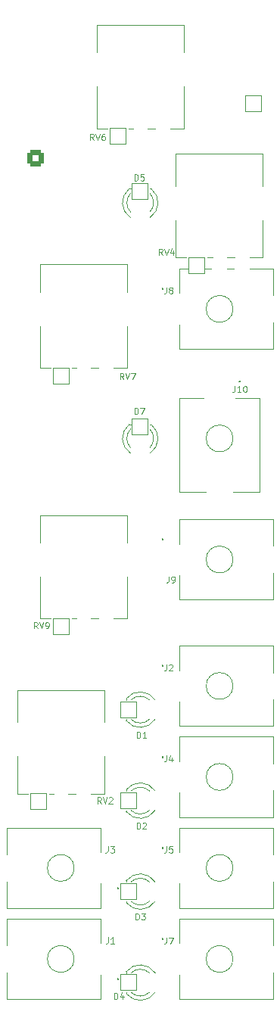
<source format=gbr>
%TF.GenerationSoftware,KiCad,Pcbnew,(6.0.9)*%
%TF.CreationDate,2022-12-28T20:00:02-08:00*%
%TF.ProjectId,kilter,6b696c74-6572-42e6-9b69-6361645f7063,rev?*%
%TF.SameCoordinates,Original*%
%TF.FileFunction,Legend,Top*%
%TF.FilePolarity,Positive*%
%FSLAX46Y46*%
G04 Gerber Fmt 4.6, Leading zero omitted, Abs format (unit mm)*
G04 Created by KiCad (PCBNEW (6.0.9)) date 2022-12-28 20:00:02*
%MOMM*%
%LPD*%
G01*
G04 APERTURE LIST*
G04 Aperture macros list*
%AMRoundRect*
0 Rectangle with rounded corners*
0 $1 Rounding radius*
0 $2 $3 $4 $5 $6 $7 $8 $9 X,Y pos of 4 corners*
0 Add a 4 corners polygon primitive as box body*
4,1,4,$2,$3,$4,$5,$6,$7,$8,$9,$2,$3,0*
0 Add four circle primitives for the rounded corners*
1,1,$1+$1,$2,$3*
1,1,$1+$1,$4,$5*
1,1,$1+$1,$6,$7*
1,1,$1+$1,$8,$9*
0 Add four rect primitives between the rounded corners*
20,1,$1+$1,$2,$3,$4,$5,0*
20,1,$1+$1,$4,$5,$6,$7,0*
20,1,$1+$1,$6,$7,$8,$9,0*
20,1,$1+$1,$8,$9,$2,$3,0*%
G04 Aperture macros list end*
%ADD10C,0.100000*%
%ADD11C,0.120000*%
%ADD12C,0.200000*%
%ADD13RoundRect,0.051000X-0.900000X-0.900000X0.900000X-0.900000X0.900000X0.900000X-0.900000X0.900000X0*%
%ADD14C,1.902000*%
%ADD15C,2.302000*%
%ADD16RoundRect,0.051000X-0.900000X0.900000X-0.900000X-0.900000X0.900000X-0.900000X0.900000X0.900000X0*%
%ADD17O,2.822000X3.342000*%
%ADD18RoundRect,0.051000X0.900000X0.900000X-0.900000X0.900000X-0.900000X-0.900000X0.900000X-0.900000X0*%
%ADD19RoundRect,0.301000X-0.600000X-0.600000X0.600000X-0.600000X0.600000X0.600000X-0.600000X0.600000X0*%
%ADD20C,1.802000*%
G04 APERTURE END LIST*
D10*
%TO.C,D1*%
X14850333Y-90359666D02*
X14850333Y-89659666D01*
X15017000Y-89659666D01*
X15117000Y-89693000D01*
X15183666Y-89759666D01*
X15217000Y-89826333D01*
X15250333Y-89959666D01*
X15250333Y-90059666D01*
X15217000Y-90193000D01*
X15183666Y-90259666D01*
X15117000Y-90326333D01*
X15017000Y-90359666D01*
X14850333Y-90359666D01*
X15917000Y-90359666D02*
X15517000Y-90359666D01*
X15717000Y-90359666D02*
X15717000Y-89659666D01*
X15650333Y-89759666D01*
X15583666Y-89826333D01*
X15517000Y-89859666D01*
%TO.C,J2*%
X18168666Y-82124666D02*
X18168666Y-82624666D01*
X18135333Y-82724666D01*
X18068666Y-82791333D01*
X17968666Y-82824666D01*
X17902000Y-82824666D01*
X18468666Y-82191333D02*
X18502000Y-82158000D01*
X18568666Y-82124666D01*
X18735333Y-82124666D01*
X18802000Y-82158000D01*
X18835333Y-82191333D01*
X18868666Y-82258000D01*
X18868666Y-82324666D01*
X18835333Y-82424666D01*
X18435333Y-82824666D01*
X18868666Y-82824666D01*
%TO.C,J1*%
X11653866Y-112646666D02*
X11653866Y-113146666D01*
X11620533Y-113246666D01*
X11553866Y-113313333D01*
X11453866Y-113346666D01*
X11387200Y-113346666D01*
X12353866Y-113346666D02*
X11953866Y-113346666D01*
X12153866Y-113346666D02*
X12153866Y-112646666D01*
X12087200Y-112746666D01*
X12020533Y-112813333D01*
X11953866Y-112846666D01*
%TO.C,D2*%
X14850333Y-100519666D02*
X14850333Y-99819666D01*
X15017000Y-99819666D01*
X15117000Y-99853000D01*
X15183666Y-99919666D01*
X15217000Y-99986333D01*
X15250333Y-100119666D01*
X15250333Y-100219666D01*
X15217000Y-100353000D01*
X15183666Y-100419666D01*
X15117000Y-100486333D01*
X15017000Y-100519666D01*
X14850333Y-100519666D01*
X15517000Y-99886333D02*
X15550333Y-99853000D01*
X15617000Y-99819666D01*
X15783666Y-99819666D01*
X15850333Y-99853000D01*
X15883666Y-99886333D01*
X15917000Y-99953000D01*
X15917000Y-100019666D01*
X15883666Y-100119666D01*
X15483666Y-100519666D01*
X15917000Y-100519666D01*
%TO.C,D3*%
X14723333Y-110679666D02*
X14723333Y-109979666D01*
X14890000Y-109979666D01*
X14990000Y-110013000D01*
X15056666Y-110079666D01*
X15090000Y-110146333D01*
X15123333Y-110279666D01*
X15123333Y-110379666D01*
X15090000Y-110513000D01*
X15056666Y-110579666D01*
X14990000Y-110646333D01*
X14890000Y-110679666D01*
X14723333Y-110679666D01*
X15356666Y-109979666D02*
X15790000Y-109979666D01*
X15556666Y-110246333D01*
X15656666Y-110246333D01*
X15723333Y-110279666D01*
X15756666Y-110313000D01*
X15790000Y-110379666D01*
X15790000Y-110546333D01*
X15756666Y-110613000D01*
X15723333Y-110646333D01*
X15656666Y-110679666D01*
X15456666Y-110679666D01*
X15390000Y-110646333D01*
X15356666Y-110613000D01*
%TO.C,D4*%
X12310333Y-119569666D02*
X12310333Y-118869666D01*
X12477000Y-118869666D01*
X12577000Y-118903000D01*
X12643666Y-118969666D01*
X12677000Y-119036333D01*
X12710333Y-119169666D01*
X12710333Y-119269666D01*
X12677000Y-119403000D01*
X12643666Y-119469666D01*
X12577000Y-119536333D01*
X12477000Y-119569666D01*
X12310333Y-119569666D01*
X13310333Y-119103000D02*
X13310333Y-119569666D01*
X13143666Y-118836333D02*
X12977000Y-119336333D01*
X13410333Y-119336333D01*
%TO.C,D5*%
X14596333Y-28002666D02*
X14596333Y-27302666D01*
X14763000Y-27302666D01*
X14863000Y-27336000D01*
X14929666Y-27402666D01*
X14963000Y-27469333D01*
X14996333Y-27602666D01*
X14996333Y-27702666D01*
X14963000Y-27836000D01*
X14929666Y-27902666D01*
X14863000Y-27969333D01*
X14763000Y-28002666D01*
X14596333Y-28002666D01*
X15629666Y-27302666D02*
X15296333Y-27302666D01*
X15263000Y-27636000D01*
X15296333Y-27602666D01*
X15363000Y-27569333D01*
X15529666Y-27569333D01*
X15596333Y-27602666D01*
X15629666Y-27636000D01*
X15663000Y-27702666D01*
X15663000Y-27869333D01*
X15629666Y-27936000D01*
X15596333Y-27969333D01*
X15529666Y-28002666D01*
X15363000Y-28002666D01*
X15296333Y-27969333D01*
X15263000Y-27936000D01*
%TO.C,J3*%
X11628466Y-102486666D02*
X11628466Y-102986666D01*
X11595133Y-103086666D01*
X11528466Y-103153333D01*
X11428466Y-103186666D01*
X11361800Y-103186666D01*
X11895133Y-102486666D02*
X12328466Y-102486666D01*
X12095133Y-102753333D01*
X12195133Y-102753333D01*
X12261800Y-102786666D01*
X12295133Y-102820000D01*
X12328466Y-102886666D01*
X12328466Y-103053333D01*
X12295133Y-103120000D01*
X12261800Y-103153333D01*
X12195133Y-103186666D01*
X11995133Y-103186666D01*
X11928466Y-103153333D01*
X11895133Y-103120000D01*
%TO.C,J4*%
X18168666Y-92304666D02*
X18168666Y-92804666D01*
X18135333Y-92904666D01*
X18068666Y-92971333D01*
X17968666Y-93004666D01*
X17902000Y-93004666D01*
X18802000Y-92538000D02*
X18802000Y-93004666D01*
X18635333Y-92271333D02*
X18468666Y-92771333D01*
X18902000Y-92771333D01*
%TO.C,J5*%
X18168666Y-102484666D02*
X18168666Y-102984666D01*
X18135333Y-103084666D01*
X18068666Y-103151333D01*
X17968666Y-103184666D01*
X17902000Y-103184666D01*
X18835333Y-102484666D02*
X18502000Y-102484666D01*
X18468666Y-102818000D01*
X18502000Y-102784666D01*
X18568666Y-102751333D01*
X18735333Y-102751333D01*
X18802000Y-102784666D01*
X18835333Y-102818000D01*
X18868666Y-102884666D01*
X18868666Y-103051333D01*
X18835333Y-103118000D01*
X18802000Y-103151333D01*
X18735333Y-103184666D01*
X18568666Y-103184666D01*
X18502000Y-103151333D01*
X18468666Y-103118000D01*
%TO.C,J7*%
X18168666Y-112664666D02*
X18168666Y-113164666D01*
X18135333Y-113264666D01*
X18068666Y-113331333D01*
X17968666Y-113364666D01*
X17902000Y-113364666D01*
X18435333Y-112664666D02*
X18902000Y-112664666D01*
X18602000Y-113364666D01*
%TO.C,J8*%
X18168666Y-39944666D02*
X18168666Y-40444666D01*
X18135333Y-40544666D01*
X18068666Y-40611333D01*
X17968666Y-40644666D01*
X17902000Y-40644666D01*
X18602000Y-40244666D02*
X18535333Y-40211333D01*
X18502000Y-40178000D01*
X18468666Y-40111333D01*
X18468666Y-40078000D01*
X18502000Y-40011333D01*
X18535333Y-39978000D01*
X18602000Y-39944666D01*
X18735333Y-39944666D01*
X18802000Y-39978000D01*
X18835333Y-40011333D01*
X18868666Y-40078000D01*
X18868666Y-40111333D01*
X18835333Y-40178000D01*
X18802000Y-40211333D01*
X18735333Y-40244666D01*
X18602000Y-40244666D01*
X18535333Y-40278000D01*
X18502000Y-40311333D01*
X18468666Y-40378000D01*
X18468666Y-40511333D01*
X18502000Y-40578000D01*
X18535333Y-40611333D01*
X18602000Y-40644666D01*
X18735333Y-40644666D01*
X18802000Y-40611333D01*
X18835333Y-40578000D01*
X18868666Y-40511333D01*
X18868666Y-40378000D01*
X18835333Y-40311333D01*
X18802000Y-40278000D01*
X18735333Y-40244666D01*
%TO.C,J9*%
X18410266Y-72286066D02*
X18410266Y-72786066D01*
X18376933Y-72886066D01*
X18310266Y-72952733D01*
X18210266Y-72986066D01*
X18143600Y-72986066D01*
X18776933Y-72986066D02*
X18910266Y-72986066D01*
X18976933Y-72952733D01*
X19010266Y-72919400D01*
X19076933Y-72819400D01*
X19110266Y-72686066D01*
X19110266Y-72419400D01*
X19076933Y-72352733D01*
X19043600Y-72319400D01*
X18976933Y-72286066D01*
X18843600Y-72286066D01*
X18776933Y-72319400D01*
X18743600Y-72352733D01*
X18710266Y-72419400D01*
X18710266Y-72586066D01*
X18743600Y-72652733D01*
X18776933Y-72686066D01*
X18843600Y-72719400D01*
X18976933Y-72719400D01*
X19043600Y-72686066D01*
X19076933Y-72652733D01*
X19110266Y-72586066D01*
%TO.C,J10*%
X25798533Y-50975466D02*
X25798533Y-51475466D01*
X25765200Y-51575466D01*
X25698533Y-51642133D01*
X25598533Y-51675466D01*
X25531866Y-51675466D01*
X26498533Y-51675466D02*
X26098533Y-51675466D01*
X26298533Y-51675466D02*
X26298533Y-50975466D01*
X26231866Y-51075466D01*
X26165200Y-51142133D01*
X26098533Y-51175466D01*
X26931866Y-50975466D02*
X26998533Y-50975466D01*
X27065200Y-51008800D01*
X27098533Y-51042133D01*
X27131866Y-51108800D01*
X27165200Y-51242133D01*
X27165200Y-51408800D01*
X27131866Y-51542133D01*
X27098533Y-51608800D01*
X27065200Y-51642133D01*
X26998533Y-51675466D01*
X26931866Y-51675466D01*
X26865200Y-51642133D01*
X26831866Y-51608800D01*
X26798533Y-51542133D01*
X26765200Y-51408800D01*
X26765200Y-51242133D01*
X26798533Y-51108800D01*
X26831866Y-51042133D01*
X26865200Y-51008800D01*
X26931866Y-50975466D01*
%TO.C,RV2*%
X10860933Y-97700266D02*
X10627600Y-97366933D01*
X10460933Y-97700266D02*
X10460933Y-97000266D01*
X10727600Y-97000266D01*
X10794266Y-97033600D01*
X10827600Y-97066933D01*
X10860933Y-97133600D01*
X10860933Y-97233600D01*
X10827600Y-97300266D01*
X10794266Y-97333600D01*
X10727600Y-97366933D01*
X10460933Y-97366933D01*
X11060933Y-97000266D02*
X11294266Y-97700266D01*
X11527600Y-97000266D01*
X11727600Y-97066933D02*
X11760933Y-97033600D01*
X11827600Y-97000266D01*
X11994266Y-97000266D01*
X12060933Y-97033600D01*
X12094266Y-97066933D01*
X12127600Y-97133600D01*
X12127600Y-97200266D01*
X12094266Y-97300266D01*
X11694266Y-97700266D01*
X12127600Y-97700266D01*
%TO.C,RV9*%
X3748933Y-78116866D02*
X3515600Y-77783533D01*
X3348933Y-78116866D02*
X3348933Y-77416866D01*
X3615600Y-77416866D01*
X3682266Y-77450200D01*
X3715600Y-77483533D01*
X3748933Y-77550200D01*
X3748933Y-77650200D01*
X3715600Y-77716866D01*
X3682266Y-77750200D01*
X3615600Y-77783533D01*
X3348933Y-77783533D01*
X3948933Y-77416866D02*
X4182266Y-78116866D01*
X4415600Y-77416866D01*
X4682266Y-78116866D02*
X4815600Y-78116866D01*
X4882266Y-78083533D01*
X4915600Y-78050200D01*
X4982266Y-77950200D01*
X5015600Y-77816866D01*
X5015600Y-77550200D01*
X4982266Y-77483533D01*
X4948933Y-77450200D01*
X4882266Y-77416866D01*
X4748933Y-77416866D01*
X4682266Y-77450200D01*
X4648933Y-77483533D01*
X4615600Y-77550200D01*
X4615600Y-77716866D01*
X4648933Y-77783533D01*
X4682266Y-77816866D01*
X4748933Y-77850200D01*
X4882266Y-77850200D01*
X4948933Y-77816866D01*
X4982266Y-77783533D01*
X5015600Y-77716866D01*
%TO.C,RV6*%
X10048133Y-23481466D02*
X9814800Y-23148133D01*
X9648133Y-23481466D02*
X9648133Y-22781466D01*
X9914800Y-22781466D01*
X9981466Y-22814800D01*
X10014800Y-22848133D01*
X10048133Y-22914800D01*
X10048133Y-23014800D01*
X10014800Y-23081466D01*
X9981466Y-23114800D01*
X9914800Y-23148133D01*
X9648133Y-23148133D01*
X10248133Y-22781466D02*
X10481466Y-23481466D01*
X10714800Y-22781466D01*
X11248133Y-22781466D02*
X11114800Y-22781466D01*
X11048133Y-22814800D01*
X11014800Y-22848133D01*
X10948133Y-22948133D01*
X10914800Y-23081466D01*
X10914800Y-23348133D01*
X10948133Y-23414800D01*
X10981466Y-23448133D01*
X11048133Y-23481466D01*
X11181466Y-23481466D01*
X11248133Y-23448133D01*
X11281466Y-23414800D01*
X11314800Y-23348133D01*
X11314800Y-23181466D01*
X11281466Y-23114800D01*
X11248133Y-23081466D01*
X11181466Y-23048133D01*
X11048133Y-23048133D01*
X10981466Y-23081466D01*
X10948133Y-23114800D01*
X10914800Y-23181466D01*
%TO.C,RV4*%
X17744333Y-36333866D02*
X17511000Y-36000533D01*
X17344333Y-36333866D02*
X17344333Y-35633866D01*
X17611000Y-35633866D01*
X17677666Y-35667200D01*
X17711000Y-35700533D01*
X17744333Y-35767200D01*
X17744333Y-35867200D01*
X17711000Y-35933866D01*
X17677666Y-35967200D01*
X17611000Y-36000533D01*
X17344333Y-36000533D01*
X17944333Y-35633866D02*
X18177666Y-36333866D01*
X18411000Y-35633866D01*
X18944333Y-35867200D02*
X18944333Y-36333866D01*
X18777666Y-35600533D02*
X18611000Y-36100533D01*
X19044333Y-36100533D01*
%TO.C,RV7*%
X13375533Y-50253066D02*
X13142200Y-49919733D01*
X12975533Y-50253066D02*
X12975533Y-49553066D01*
X13242200Y-49553066D01*
X13308866Y-49586400D01*
X13342200Y-49619733D01*
X13375533Y-49686400D01*
X13375533Y-49786400D01*
X13342200Y-49853066D01*
X13308866Y-49886400D01*
X13242200Y-49919733D01*
X12975533Y-49919733D01*
X13575533Y-49553066D02*
X13808866Y-50253066D01*
X14042200Y-49553066D01*
X14208866Y-49553066D02*
X14675533Y-49553066D01*
X14375533Y-50253066D01*
%TO.C,D7*%
X14596333Y-54113866D02*
X14596333Y-53413866D01*
X14763000Y-53413866D01*
X14863000Y-53447200D01*
X14929666Y-53513866D01*
X14963000Y-53580533D01*
X14996333Y-53713866D01*
X14996333Y-53813866D01*
X14963000Y-53947200D01*
X14929666Y-54013866D01*
X14863000Y-54080533D01*
X14763000Y-54113866D01*
X14596333Y-54113866D01*
X15229666Y-53413866D02*
X15696333Y-53413866D01*
X15396333Y-54113866D01*
D11*
%TO.C,D1*%
X13680000Y-85953000D02*
X13680000Y-86109000D01*
X13680000Y-88269000D02*
X13680000Y-88425000D01*
X13680000Y-88424516D02*
G75*
G03*
X16912335Y-88267608I1560000J1235516D01*
G01*
X14199039Y-88269000D02*
G75*
G03*
X16281130Y-88268837I1040961J1080000D01*
G01*
X16912335Y-86110392D02*
G75*
G03*
X13680000Y-85953484I-1672335J-1078608D01*
G01*
X16281130Y-86109163D02*
G75*
G03*
X14199039Y-86109000I-1041130J-1079837D01*
G01*
D10*
%TO.C,J2*%
X19640000Y-89040000D02*
X19640000Y-89040000D01*
X19620000Y-80040000D02*
X19620000Y-82790000D01*
X30120000Y-86040000D02*
X30120000Y-89040000D01*
X19640000Y-86290000D02*
X19640000Y-86290000D01*
X30120000Y-89040000D02*
X30120000Y-89040000D01*
X19620000Y-82790000D02*
X19620000Y-80040000D01*
X30120000Y-80040000D02*
X30120000Y-80040000D01*
X30120000Y-83040000D02*
X30120000Y-80040000D01*
X19640000Y-86290000D02*
X19640000Y-89040000D01*
X19620000Y-89040000D02*
X19620000Y-89040000D01*
X30120000Y-89040000D02*
X19620000Y-89040000D01*
X30120000Y-83040000D02*
X30120000Y-83040000D01*
X19620000Y-80040000D02*
X19620000Y-80040000D01*
X19620000Y-80040000D02*
X19620000Y-80040000D01*
X19620000Y-80040000D02*
X30120000Y-80040000D01*
D12*
X17740000Y-82240000D02*
X17740000Y-82240000D01*
X17740000Y-82340000D02*
X17740000Y-82340000D01*
D10*
X30120000Y-86040000D02*
X30120000Y-86040000D01*
X30120000Y-89040000D02*
X30120000Y-86040000D01*
X19640000Y-89040000D02*
X19640000Y-86290000D01*
X30120000Y-80040000D02*
X19620000Y-80040000D01*
D12*
X17740000Y-82240000D02*
X17740000Y-82240000D01*
D10*
X19620000Y-89040000D02*
X30120000Y-89040000D01*
X30120000Y-80040000D02*
X30120000Y-80040000D01*
X30120000Y-80040000D02*
X30120000Y-83040000D01*
X19620000Y-82790000D02*
X19620000Y-82790000D01*
X30120000Y-89040000D02*
X30120000Y-89040000D01*
D12*
X17740000Y-82240000D02*
G75*
G03*
X17740000Y-82340000I0J-50000D01*
G01*
X17740000Y-82240000D02*
G75*
G03*
X17740000Y-82340000I0J-50000D01*
G01*
X17740000Y-82340000D02*
G75*
G03*
X17740000Y-82240000I0J50000D01*
G01*
D11*
X25620000Y-84540000D02*
G75*
G03*
X25620000Y-84540000I-1500000J0D01*
G01*
D10*
%TO.C,J1*%
X10850000Y-116830000D02*
X10850000Y-119580000D01*
X10850000Y-116830000D02*
X10850000Y-116830000D01*
X10850000Y-119580000D02*
X10850000Y-119580000D01*
X350000Y-119580000D02*
X350000Y-116580000D01*
X350000Y-110580000D02*
X350000Y-110580000D01*
X10850000Y-119580000D02*
X350000Y-119580000D01*
X10830000Y-110580000D02*
X10830000Y-113330000D01*
X350000Y-110580000D02*
X350000Y-113580000D01*
D12*
X12730000Y-117380000D02*
X12730000Y-117380000D01*
D10*
X10850000Y-110580000D02*
X350000Y-110580000D01*
X10850000Y-110580000D02*
X10850000Y-110580000D01*
X10830000Y-113330000D02*
X10830000Y-110580000D01*
D12*
X12730000Y-117280000D02*
X12730000Y-117280000D01*
D10*
X350000Y-116580000D02*
X350000Y-116580000D01*
X10830000Y-110580000D02*
X10830000Y-110580000D01*
X10830000Y-113330000D02*
X10830000Y-113330000D01*
X350000Y-110580000D02*
X10850000Y-110580000D01*
X350000Y-119580000D02*
X10850000Y-119580000D01*
X350000Y-119580000D02*
X350000Y-119580000D01*
X10850000Y-119580000D02*
X10850000Y-119580000D01*
D12*
X12730000Y-117380000D02*
X12730000Y-117380000D01*
D10*
X350000Y-119580000D02*
X350000Y-119580000D01*
X350000Y-110580000D02*
X350000Y-110580000D01*
X350000Y-113580000D02*
X350000Y-113580000D01*
X350000Y-113580000D02*
X350000Y-110580000D01*
X10850000Y-119580000D02*
X10850000Y-116830000D01*
X350000Y-116580000D02*
X350000Y-119580000D01*
D12*
X12730000Y-117380000D02*
G75*
G03*
X12730000Y-117280000I0J50000D01*
G01*
X12730000Y-117380000D02*
G75*
G03*
X12730000Y-117280000I0J50000D01*
G01*
X12730000Y-117280000D02*
G75*
G03*
X12730000Y-117380000I0J-50000D01*
G01*
D11*
X7850000Y-115080000D02*
G75*
G03*
X7850000Y-115080000I-1500000J0D01*
G01*
%TO.C,D2*%
X13680000Y-96133000D02*
X13680000Y-96289000D01*
X13680000Y-98449000D02*
X13680000Y-98605000D01*
X16281130Y-96289163D02*
G75*
G03*
X14199039Y-96289000I-1041130J-1079837D01*
G01*
X16912335Y-96290392D02*
G75*
G03*
X13680000Y-96133484I-1672335J-1078608D01*
G01*
X14199039Y-98449000D02*
G75*
G03*
X16281130Y-98448837I1040961J1080000D01*
G01*
X13680000Y-98604516D02*
G75*
G03*
X16912335Y-98447608I1560000J1235516D01*
G01*
%TO.C,D3*%
X13680000Y-106313000D02*
X13680000Y-106469000D01*
X13680000Y-108629000D02*
X13680000Y-108785000D01*
X16912335Y-106470392D02*
G75*
G03*
X13680000Y-106313484I-1672335J-1078608D01*
G01*
X13680000Y-108784516D02*
G75*
G03*
X16912335Y-108627608I1560000J1235516D01*
G01*
X16281130Y-106469163D02*
G75*
G03*
X14199039Y-106469000I-1041130J-1079837D01*
G01*
X14199039Y-108629000D02*
G75*
G03*
X16281130Y-108628837I1040961J1080000D01*
G01*
%TO.C,D4*%
X13680000Y-116493000D02*
X13680000Y-116649000D01*
X13680000Y-118809000D02*
X13680000Y-118965000D01*
X16281130Y-116649163D02*
G75*
G03*
X14199039Y-116649000I-1041130J-1079837D01*
G01*
X14199039Y-118809000D02*
G75*
G03*
X16281130Y-118808837I1040961J1080000D01*
G01*
X16912335Y-116650392D02*
G75*
G03*
X13680000Y-116493484I-1672335J-1078608D01*
G01*
X13680000Y-118964516D02*
G75*
G03*
X16912335Y-118807608I1560000J1235516D01*
G01*
%TO.C,D5*%
X16476000Y-28920000D02*
X16320000Y-28920000D01*
X14160000Y-28920000D02*
X14004000Y-28920000D01*
X14160000Y-29439039D02*
G75*
G03*
X14160163Y-31521130I1080000J-1040961D01*
G01*
X16319837Y-31521130D02*
G75*
G03*
X16320000Y-29439039I-1079837J1041130D01*
G01*
X16318608Y-32152335D02*
G75*
G03*
X16475516Y-28920000I-1078608J1672335D01*
G01*
X14004484Y-28920000D02*
G75*
G03*
X14161392Y-32152335I1235516J-1560000D01*
G01*
D10*
%TO.C,J3*%
X350000Y-106400000D02*
X350000Y-106400000D01*
D12*
X12730000Y-107200000D02*
X12730000Y-107200000D01*
D10*
X10850000Y-109400000D02*
X10850000Y-109400000D01*
X10850000Y-109400000D02*
X10850000Y-109400000D01*
X10830000Y-100400000D02*
X10830000Y-100400000D01*
X350000Y-100400000D02*
X350000Y-100400000D01*
X10830000Y-103150000D02*
X10830000Y-100400000D01*
X350000Y-109400000D02*
X350000Y-109400000D01*
X10850000Y-106650000D02*
X10850000Y-106650000D01*
X350000Y-103400000D02*
X350000Y-100400000D01*
X10830000Y-100400000D02*
X10830000Y-103150000D01*
X10850000Y-100400000D02*
X10850000Y-100400000D01*
D12*
X12730000Y-107200000D02*
X12730000Y-107200000D01*
D10*
X350000Y-109400000D02*
X350000Y-109400000D01*
X10850000Y-109400000D02*
X350000Y-109400000D01*
X10850000Y-106650000D02*
X10850000Y-109400000D01*
X350000Y-103400000D02*
X350000Y-103400000D01*
X350000Y-106400000D02*
X350000Y-109400000D01*
X350000Y-100400000D02*
X10850000Y-100400000D01*
X350000Y-100400000D02*
X350000Y-103400000D01*
D12*
X12730000Y-107100000D02*
X12730000Y-107100000D01*
D10*
X350000Y-109400000D02*
X10850000Y-109400000D01*
X350000Y-109400000D02*
X350000Y-106400000D01*
X10850000Y-100400000D02*
X350000Y-100400000D01*
X350000Y-100400000D02*
X350000Y-100400000D01*
X10830000Y-103150000D02*
X10830000Y-103150000D01*
X10850000Y-109400000D02*
X10850000Y-106650000D01*
D12*
X12730000Y-107200000D02*
G75*
G03*
X12730000Y-107100000I0J50000D01*
G01*
X12730000Y-107100000D02*
G75*
G03*
X12730000Y-107200000I0J-50000D01*
G01*
X12730000Y-107200000D02*
G75*
G03*
X12730000Y-107100000I0J50000D01*
G01*
D11*
X7850000Y-104900000D02*
G75*
G03*
X7850000Y-104900000I-1500000J0D01*
G01*
D10*
%TO.C,J4*%
X19620000Y-92970000D02*
X19620000Y-92970000D01*
X19640000Y-96470000D02*
X19640000Y-96470000D01*
X19620000Y-90220000D02*
X19620000Y-90220000D01*
X19620000Y-92970000D02*
X19620000Y-90220000D01*
X30120000Y-96220000D02*
X30120000Y-96220000D01*
X19640000Y-99220000D02*
X19640000Y-96470000D01*
X19640000Y-99220000D02*
X19640000Y-99220000D01*
X30120000Y-90220000D02*
X30120000Y-93220000D01*
X30120000Y-99220000D02*
X30120000Y-99220000D01*
X19620000Y-90220000D02*
X19620000Y-90220000D01*
X30120000Y-90220000D02*
X19620000Y-90220000D01*
X30120000Y-90220000D02*
X30120000Y-90220000D01*
X30120000Y-99220000D02*
X30120000Y-96220000D01*
X30120000Y-99220000D02*
X30120000Y-99220000D01*
D12*
X17740000Y-92420000D02*
X17740000Y-92420000D01*
D10*
X19620000Y-99220000D02*
X30120000Y-99220000D01*
X19620000Y-90220000D02*
X30120000Y-90220000D01*
X30120000Y-99220000D02*
X19620000Y-99220000D01*
X30120000Y-93220000D02*
X30120000Y-90220000D01*
D12*
X17740000Y-92420000D02*
X17740000Y-92420000D01*
D10*
X30120000Y-96220000D02*
X30120000Y-99220000D01*
X30120000Y-90220000D02*
X30120000Y-90220000D01*
D12*
X17740000Y-92520000D02*
X17740000Y-92520000D01*
D10*
X19620000Y-99220000D02*
X19620000Y-99220000D01*
X19620000Y-90220000D02*
X19620000Y-92970000D01*
X30120000Y-93220000D02*
X30120000Y-93220000D01*
X19640000Y-96470000D02*
X19640000Y-99220000D01*
D12*
X17740000Y-92420000D02*
G75*
G03*
X17740000Y-92520000I0J-50000D01*
G01*
X17740000Y-92520000D02*
G75*
G03*
X17740000Y-92420000I0J50000D01*
G01*
X17740000Y-92420000D02*
G75*
G03*
X17740000Y-92520000I0J-50000D01*
G01*
D11*
X25620000Y-94720000D02*
G75*
G03*
X25620000Y-94720000I-1500000J0D01*
G01*
D10*
%TO.C,J5*%
X30120000Y-100400000D02*
X30120000Y-103400000D01*
X19620000Y-100400000D02*
X19620000Y-103150000D01*
X30120000Y-109400000D02*
X19620000Y-109400000D01*
X19620000Y-100400000D02*
X19620000Y-100400000D01*
X19640000Y-109400000D02*
X19640000Y-109400000D01*
X30120000Y-100400000D02*
X30120000Y-100400000D01*
X30120000Y-109400000D02*
X30120000Y-109400000D01*
X30120000Y-100400000D02*
X19620000Y-100400000D01*
X19640000Y-109400000D02*
X19640000Y-106650000D01*
X19620000Y-103150000D02*
X19620000Y-100400000D01*
X30120000Y-103400000D02*
X30120000Y-103400000D01*
X30120000Y-106400000D02*
X30120000Y-106400000D01*
D12*
X17740000Y-102600000D02*
X17740000Y-102600000D01*
D10*
X19620000Y-109400000D02*
X30120000Y-109400000D01*
X19620000Y-103150000D02*
X19620000Y-103150000D01*
X30120000Y-106400000D02*
X30120000Y-109400000D01*
X19640000Y-106650000D02*
X19640000Y-106650000D01*
X30120000Y-109400000D02*
X30120000Y-109400000D01*
X30120000Y-103400000D02*
X30120000Y-100400000D01*
D12*
X17740000Y-102700000D02*
X17740000Y-102700000D01*
D10*
X19620000Y-109400000D02*
X19620000Y-109400000D01*
X19640000Y-106650000D02*
X19640000Y-109400000D01*
D12*
X17740000Y-102600000D02*
X17740000Y-102600000D01*
D10*
X19620000Y-100400000D02*
X30120000Y-100400000D01*
X30120000Y-109400000D02*
X30120000Y-106400000D01*
X30120000Y-100400000D02*
X30120000Y-100400000D01*
X19620000Y-100400000D02*
X19620000Y-100400000D01*
D12*
X17740000Y-102600000D02*
G75*
G03*
X17740000Y-102700000I0J-50000D01*
G01*
X17740000Y-102600000D02*
G75*
G03*
X17740000Y-102700000I0J-50000D01*
G01*
X17740000Y-102700000D02*
G75*
G03*
X17740000Y-102600000I0J50000D01*
G01*
D11*
X25620000Y-104900000D02*
G75*
G03*
X25620000Y-104900000I-1500000J0D01*
G01*
D10*
%TO.C,J7*%
X30120000Y-119580000D02*
X30120000Y-119580000D01*
X30120000Y-119580000D02*
X30120000Y-119580000D01*
X30120000Y-113580000D02*
X30120000Y-113580000D01*
X19620000Y-113330000D02*
X19620000Y-110580000D01*
X19620000Y-110580000D02*
X19620000Y-110580000D01*
X30120000Y-110580000D02*
X30120000Y-110580000D01*
X19640000Y-116830000D02*
X19640000Y-119580000D01*
X30120000Y-116580000D02*
X30120000Y-119580000D01*
X30120000Y-119580000D02*
X19620000Y-119580000D01*
D12*
X17740000Y-112880000D02*
X17740000Y-112880000D01*
D10*
X30120000Y-110580000D02*
X19620000Y-110580000D01*
X19640000Y-119580000D02*
X19640000Y-116830000D01*
X19620000Y-110580000D02*
X30120000Y-110580000D01*
D12*
X17740000Y-112780000D02*
X17740000Y-112780000D01*
D10*
X19620000Y-110580000D02*
X19620000Y-110580000D01*
X30120000Y-110580000D02*
X30120000Y-113580000D01*
X19620000Y-119580000D02*
X19620000Y-119580000D01*
X19620000Y-119580000D02*
X30120000Y-119580000D01*
X19620000Y-113330000D02*
X19620000Y-113330000D01*
X19640000Y-116830000D02*
X19640000Y-116830000D01*
X30120000Y-116580000D02*
X30120000Y-116580000D01*
X30120000Y-113580000D02*
X30120000Y-110580000D01*
X19640000Y-119580000D02*
X19640000Y-119580000D01*
X30120000Y-119580000D02*
X30120000Y-116580000D01*
X19620000Y-110580000D02*
X19620000Y-113330000D01*
X30120000Y-110580000D02*
X30120000Y-110580000D01*
D12*
X17740000Y-112780000D02*
X17740000Y-112780000D01*
X17740000Y-112780000D02*
G75*
G03*
X17740000Y-112880000I0J-50000D01*
G01*
X17740000Y-112780000D02*
G75*
G03*
X17740000Y-112880000I0J-50000D01*
G01*
X17740000Y-112880000D02*
G75*
G03*
X17740000Y-112780000I0J50000D01*
G01*
D11*
X25620000Y-115080000D02*
G75*
G03*
X25620000Y-115080000I-1500000J0D01*
G01*
D10*
%TO.C,J8*%
X19620000Y-40610000D02*
X19620000Y-37860000D01*
X19620000Y-46860000D02*
X19620000Y-46860000D01*
D12*
X17740000Y-40160000D02*
X17740000Y-40160000D01*
D10*
X30120000Y-43860000D02*
X30120000Y-46860000D01*
X19620000Y-46860000D02*
X30120000Y-46860000D01*
X19640000Y-44110000D02*
X19640000Y-46860000D01*
X30120000Y-40860000D02*
X30120000Y-37860000D01*
X19620000Y-37860000D02*
X30120000Y-37860000D01*
X30120000Y-37860000D02*
X30120000Y-37860000D01*
X19640000Y-46860000D02*
X19640000Y-44110000D01*
X19620000Y-37860000D02*
X19620000Y-40610000D01*
X30120000Y-46860000D02*
X30120000Y-46860000D01*
X30120000Y-37860000D02*
X30120000Y-40860000D01*
X19640000Y-46860000D02*
X19640000Y-46860000D01*
X30120000Y-37860000D02*
X19620000Y-37860000D01*
X19620000Y-37860000D02*
X19620000Y-37860000D01*
X19620000Y-37860000D02*
X19620000Y-37860000D01*
X30120000Y-43860000D02*
X30120000Y-43860000D01*
X19620000Y-40610000D02*
X19620000Y-40610000D01*
X30120000Y-37860000D02*
X30120000Y-37860000D01*
D12*
X17740000Y-40060000D02*
X17740000Y-40060000D01*
D10*
X30120000Y-40860000D02*
X30120000Y-40860000D01*
X30120000Y-46860000D02*
X30120000Y-46860000D01*
X30120000Y-46860000D02*
X30120000Y-43860000D01*
X19640000Y-44110000D02*
X19640000Y-44110000D01*
X30120000Y-46860000D02*
X19620000Y-46860000D01*
D12*
X17740000Y-40060000D02*
X17740000Y-40060000D01*
X17740000Y-40060000D02*
G75*
G03*
X17740000Y-40160000I0J-50000D01*
G01*
X17740000Y-40160000D02*
G75*
G03*
X17740000Y-40060000I0J50000D01*
G01*
X17740000Y-40060000D02*
G75*
G03*
X17740000Y-40160000I0J-50000D01*
G01*
D11*
X25620000Y-42360000D02*
G75*
G03*
X25620000Y-42360000I-1500000J0D01*
G01*
D10*
%TO.C,J9*%
X30120000Y-68890000D02*
X30120000Y-65890000D01*
X19620000Y-68640000D02*
X19620000Y-68640000D01*
D12*
X17740000Y-68090000D02*
X17740000Y-68090000D01*
D10*
X30120000Y-65890000D02*
X19620000Y-65890000D01*
X30120000Y-74890000D02*
X30120000Y-71890000D01*
X30120000Y-71890000D02*
X30120000Y-71890000D01*
X30120000Y-71890000D02*
X30120000Y-74890000D01*
D12*
X17740000Y-68090000D02*
X17740000Y-68090000D01*
D10*
X30120000Y-65890000D02*
X30120000Y-65890000D01*
X19620000Y-68640000D02*
X19620000Y-65890000D01*
X30120000Y-65890000D02*
X30120000Y-68890000D01*
D12*
X17740000Y-68190000D02*
X17740000Y-68190000D01*
D10*
X19620000Y-65890000D02*
X19620000Y-65890000D01*
X19620000Y-65890000D02*
X30120000Y-65890000D01*
X19640000Y-74890000D02*
X19640000Y-72140000D01*
X19640000Y-72140000D02*
X19640000Y-74890000D01*
X30120000Y-65890000D02*
X30120000Y-65890000D01*
X30120000Y-74890000D02*
X30120000Y-74890000D01*
X19620000Y-65890000D02*
X19620000Y-68640000D01*
X30120000Y-68890000D02*
X30120000Y-68890000D01*
X30120000Y-74890000D02*
X19620000Y-74890000D01*
X30120000Y-74890000D02*
X30120000Y-74890000D01*
X19640000Y-72140000D02*
X19640000Y-72140000D01*
X19620000Y-74890000D02*
X30120000Y-74890000D01*
X19620000Y-74890000D02*
X19620000Y-74890000D01*
X19620000Y-65890000D02*
X19620000Y-65890000D01*
X19640000Y-74890000D02*
X19640000Y-74890000D01*
D12*
X17740000Y-68090000D02*
G75*
G03*
X17740000Y-68190000I0J-50000D01*
G01*
X17740000Y-68090000D02*
G75*
G03*
X17740000Y-68190000I0J-50000D01*
G01*
X17740000Y-68190000D02*
G75*
G03*
X17740000Y-68090000I0J50000D01*
G01*
D11*
X25620000Y-70390000D02*
G75*
G03*
X25620000Y-70390000I-1500000J0D01*
G01*
D12*
%TO.C,J10*%
X26420000Y-50470000D02*
X26420000Y-50470000D01*
D10*
X19620000Y-52350000D02*
X19620000Y-52350000D01*
X25870000Y-52350000D02*
X28620000Y-52350000D01*
D12*
X26420000Y-50470000D02*
X26420000Y-50470000D01*
D10*
X25620000Y-62850000D02*
X25620000Y-62850000D01*
X19620000Y-62850000D02*
X22620000Y-62850000D01*
X19620000Y-62850000D02*
X19620000Y-52350000D01*
X19620000Y-62850000D02*
X19620000Y-62850000D01*
X19620000Y-52350000D02*
X19620000Y-62850000D01*
X22370000Y-52370000D02*
X19620000Y-52370000D01*
X25870000Y-52350000D02*
X25870000Y-52350000D01*
X28620000Y-52350000D02*
X28620000Y-52350000D01*
X19620000Y-62850000D02*
X19620000Y-62850000D01*
X22620000Y-62850000D02*
X19620000Y-62850000D01*
X28620000Y-62850000D02*
X28620000Y-62850000D01*
X22620000Y-62850000D02*
X22620000Y-62850000D01*
X25620000Y-62850000D02*
X28620000Y-62850000D01*
X19620000Y-52370000D02*
X22370000Y-52370000D01*
X28620000Y-62850000D02*
X25620000Y-62850000D01*
D12*
X26320000Y-50470000D02*
X26320000Y-50470000D01*
D10*
X28620000Y-52350000D02*
X28620000Y-52350000D01*
X28620000Y-52350000D02*
X28620000Y-62850000D01*
X28620000Y-62850000D02*
X28620000Y-62850000D01*
X19620000Y-52370000D02*
X19620000Y-52370000D01*
X28620000Y-52350000D02*
X25870000Y-52350000D01*
X22370000Y-52370000D02*
X22370000Y-52370000D01*
X28620000Y-62850000D02*
X28620000Y-52350000D01*
D12*
X26420000Y-50470000D02*
G75*
G03*
X26320000Y-50470000I-50000J0D01*
G01*
X26420000Y-50470000D02*
G75*
G03*
X26320000Y-50470000I-50000J0D01*
G01*
X26320000Y-50470000D02*
G75*
G03*
X26420000Y-50470000I50000J0D01*
G01*
D11*
X25620000Y-56850000D02*
G75*
G03*
X25620000Y-56850000I-1500000J0D01*
G01*
%TO.C,RV2*%
X11220000Y-96580000D02*
X11220000Y-92380000D01*
X11220000Y-88570000D02*
X11220000Y-84990000D01*
X5560000Y-96580000D02*
X5030000Y-96580000D01*
X1470000Y-96580000D02*
X1470000Y-92380000D01*
X8010000Y-96580000D02*
X7180000Y-96580000D01*
X11220000Y-96580000D02*
X9730000Y-96580000D01*
X2660000Y-96580000D02*
X1480000Y-96580000D01*
X1480000Y-88570000D02*
X1480000Y-84990000D01*
X11220000Y-84990000D02*
X1480000Y-84990000D01*
%TO.C,RV9*%
X4020000Y-68480400D02*
X4020000Y-65420400D01*
X13760000Y-65420400D02*
X4020000Y-65420400D01*
X10550000Y-77010400D02*
X9720000Y-77010400D01*
X8100000Y-77010400D02*
X7570000Y-77010400D01*
X13760000Y-68480400D02*
X13760000Y-65420400D01*
X13760000Y-77010400D02*
X13760000Y-72290400D01*
X5200000Y-77010400D02*
X4020000Y-77010400D01*
X4010000Y-77010400D02*
X4010000Y-72290400D01*
X13760000Y-77010400D02*
X12270000Y-77010400D01*
%TO.C,RV6*%
X20110000Y-10589800D02*
X10370000Y-10589800D01*
X20110000Y-13649800D02*
X20110000Y-10589800D01*
X16900000Y-22179800D02*
X16070000Y-22179800D01*
X11550000Y-22179800D02*
X10370000Y-22179800D01*
X20110000Y-22179800D02*
X20110000Y-17459800D01*
X14450000Y-22179800D02*
X13920000Y-22179800D01*
X20110000Y-22179800D02*
X18620000Y-22179800D01*
X10360000Y-22179800D02*
X10360000Y-17459800D01*
X10370000Y-13649800D02*
X10370000Y-10589800D01*
%TO.C,RV4*%
X20414000Y-36600000D02*
X19234000Y-36600000D01*
X25764000Y-36600000D02*
X24934000Y-36600000D01*
X28974000Y-36600000D02*
X27484000Y-36600000D01*
X23314000Y-36600000D02*
X22784000Y-36600000D01*
X28974000Y-28590000D02*
X28974000Y-25010000D01*
X28974000Y-25010000D02*
X19234000Y-25010000D01*
X19234000Y-28590000D02*
X19234000Y-25010000D01*
X19224000Y-36600000D02*
X19224000Y-32400000D01*
X28974000Y-36600000D02*
X28974000Y-32400000D01*
%TO.C,RV7*%
X13760000Y-40450000D02*
X13760000Y-37390000D01*
X10550000Y-48980000D02*
X9720000Y-48980000D01*
X13760000Y-37390000D02*
X4020000Y-37390000D01*
X5200000Y-48980000D02*
X4020000Y-48980000D01*
X13760000Y-48980000D02*
X13760000Y-44260000D01*
X8100000Y-48980000D02*
X7570000Y-48980000D01*
X13760000Y-48980000D02*
X12270000Y-48980000D01*
X4020000Y-40450000D02*
X4020000Y-37390000D01*
X4010000Y-48980000D02*
X4010000Y-44260000D01*
%TO.C,D7*%
X16476000Y-55285200D02*
X16320000Y-55285200D01*
X14160000Y-55285200D02*
X14004000Y-55285200D01*
X16318608Y-58517535D02*
G75*
G03*
X16475516Y-55285200I-1078608J1672335D01*
G01*
X14004484Y-55285200D02*
G75*
G03*
X14161392Y-58517535I1235516J-1560000D01*
G01*
X14160000Y-55804239D02*
G75*
G03*
X14160163Y-57886330I1080000J-1040961D01*
G01*
X16319837Y-57886330D02*
G75*
G03*
X16320000Y-55804239I-1079837J1041130D01*
G01*
%TD*%
%LPC*%
D13*
%TO.C,D1*%
X13970000Y-87189000D03*
D14*
X16510000Y-87189000D03*
%TD*%
D15*
%TO.C,J2*%
X17640000Y-84540000D03*
X20740000Y-84540000D03*
X29040000Y-84540000D03*
%TD*%
%TO.C,J1*%
X12830000Y-115080000D03*
X9730000Y-115080000D03*
X1430000Y-115080000D03*
%TD*%
D13*
%TO.C,D2*%
X13970000Y-97369000D03*
D14*
X16510000Y-97369000D03*
%TD*%
D13*
%TO.C,D3*%
X13970000Y-107549000D03*
D14*
X16510000Y-107549000D03*
%TD*%
D13*
%TO.C,D4*%
X13970000Y-117729000D03*
D14*
X16510000Y-117729000D03*
%TD*%
D16*
%TO.C,D5*%
X15240000Y-29210000D03*
D14*
X15240000Y-31750000D03*
%TD*%
D15*
%TO.C,J3*%
X12830000Y-104900000D03*
X9730000Y-104900000D03*
X1430000Y-104900000D03*
%TD*%
%TO.C,J4*%
X17640000Y-94720000D03*
X20740000Y-94720000D03*
X29040000Y-94720000D03*
%TD*%
%TO.C,J5*%
X17640000Y-104900000D03*
X20740000Y-104900000D03*
X29040000Y-104900000D03*
%TD*%
%TO.C,J7*%
X17640000Y-115080000D03*
X20740000Y-115080000D03*
X29040000Y-115080000D03*
%TD*%
%TO.C,J8*%
X17640000Y-42360000D03*
X20740000Y-42360000D03*
X29040000Y-42360000D03*
%TD*%
%TO.C,J9*%
X17640000Y-70390000D03*
X20740000Y-70390000D03*
X29040000Y-70390000D03*
%TD*%
%TO.C,J10*%
X24120000Y-50370000D03*
X24120000Y-53470000D03*
X24120000Y-61770000D03*
%TD*%
D17*
%TO.C,RV2*%
X1550000Y-90460000D03*
X11150000Y-90460000D03*
D18*
X3850000Y-97460000D03*
D14*
X6350000Y-97460000D03*
X8850000Y-97460000D03*
%TD*%
D17*
%TO.C,RV9*%
X4090000Y-70390400D03*
X13690000Y-70390400D03*
D18*
X6390000Y-77890400D03*
D14*
X8890000Y-77890400D03*
X11390000Y-77890400D03*
%TD*%
D17*
%TO.C,RV6*%
X20040000Y-15559800D03*
X10440000Y-15559800D03*
D18*
X12740000Y-23059800D03*
D14*
X15240000Y-23059800D03*
X17740000Y-23059800D03*
%TD*%
D17*
%TO.C,RV4*%
X28904000Y-30480000D03*
X19304000Y-30480000D03*
D18*
X21604000Y-37480000D03*
D14*
X24104000Y-37480000D03*
X26604000Y-37480000D03*
%TD*%
D17*
%TO.C,RV7*%
X4090000Y-42360000D03*
X13690000Y-42360000D03*
D18*
X6390000Y-49860000D03*
D14*
X8890000Y-49860000D03*
X11390000Y-49860000D03*
%TD*%
D16*
%TO.C,D7*%
X15240000Y-55575200D03*
D14*
X15240000Y-58115200D03*
%TD*%
D19*
%TO.C,J6*%
X3556000Y-25527000D03*
D20*
X6096000Y-25527000D03*
X3556000Y-22987000D03*
X6096000Y-22987000D03*
X3556000Y-20447000D03*
X6096000Y-20447000D03*
X3556000Y-17907000D03*
X6096000Y-17907000D03*
X3556000Y-15367000D03*
X6096000Y-15367000D03*
%TD*%
D18*
%TO.C,D6*%
X27894200Y-19431000D03*
D14*
X25354200Y-19431000D03*
%TD*%
M02*

</source>
